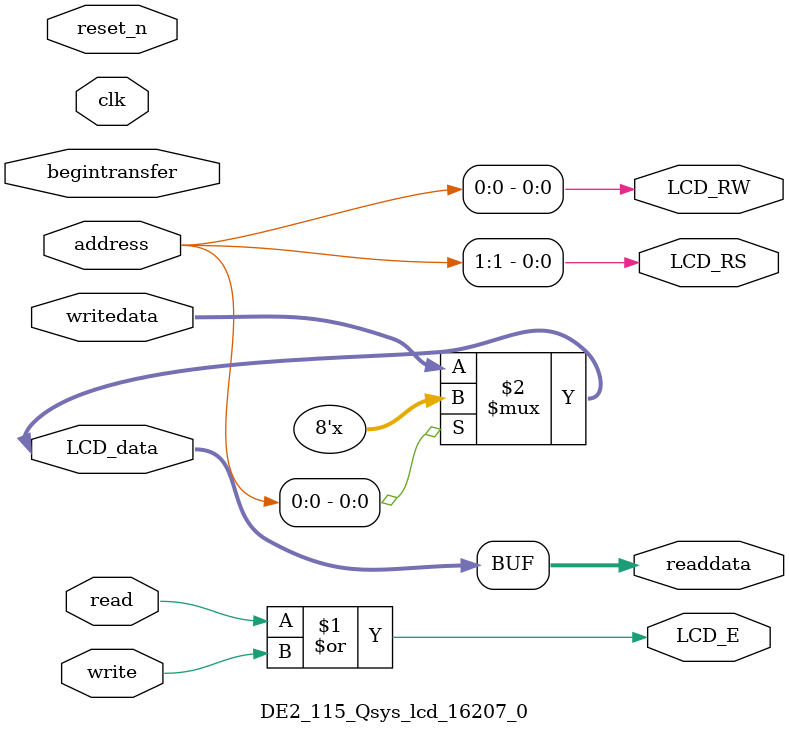
<source format=v>

`timescale 1ns / 1ps
// synthesis translate_on

// turn off superfluous verilog processor warnings 
// altera message_level Level1 
// altera message_off 10034 10035 10036 10037 10230 10240 10030 

module DE2_115_Qsys_lcd_16207_0 (
                                  // inputs:
                                   address,
                                   begintransfer,
                                   clk,
                                   read,
                                   reset_n,
                                   write,
                                   writedata,

                                  // outputs:
                                   LCD_E,
                                   LCD_RS,
                                   LCD_RW,
                                   LCD_data,
                                   readdata
                                )
;

  output           LCD_E;
  output           LCD_RS;
  output           LCD_RW;
  inout   [  7: 0] LCD_data;
  output  [  7: 0] readdata;
  input   [  1: 0] address;
  input            begintransfer;
  input            clk;
  input            read;
  input            reset_n;
  input            write;
  input   [  7: 0] writedata;


wire             LCD_E;
wire             LCD_RS;
wire             LCD_RW;
wire    [  7: 0] LCD_data;
wire    [  7: 0] readdata;
  assign LCD_RW = address[0];
  assign LCD_RS = address[1];
  assign LCD_E = read | write;
  assign LCD_data = (address[0]) ? {8{1'bz}} : writedata;
  assign readdata = LCD_data;
  //control_slave, which is an e_avalon_slave

endmodule


</source>
